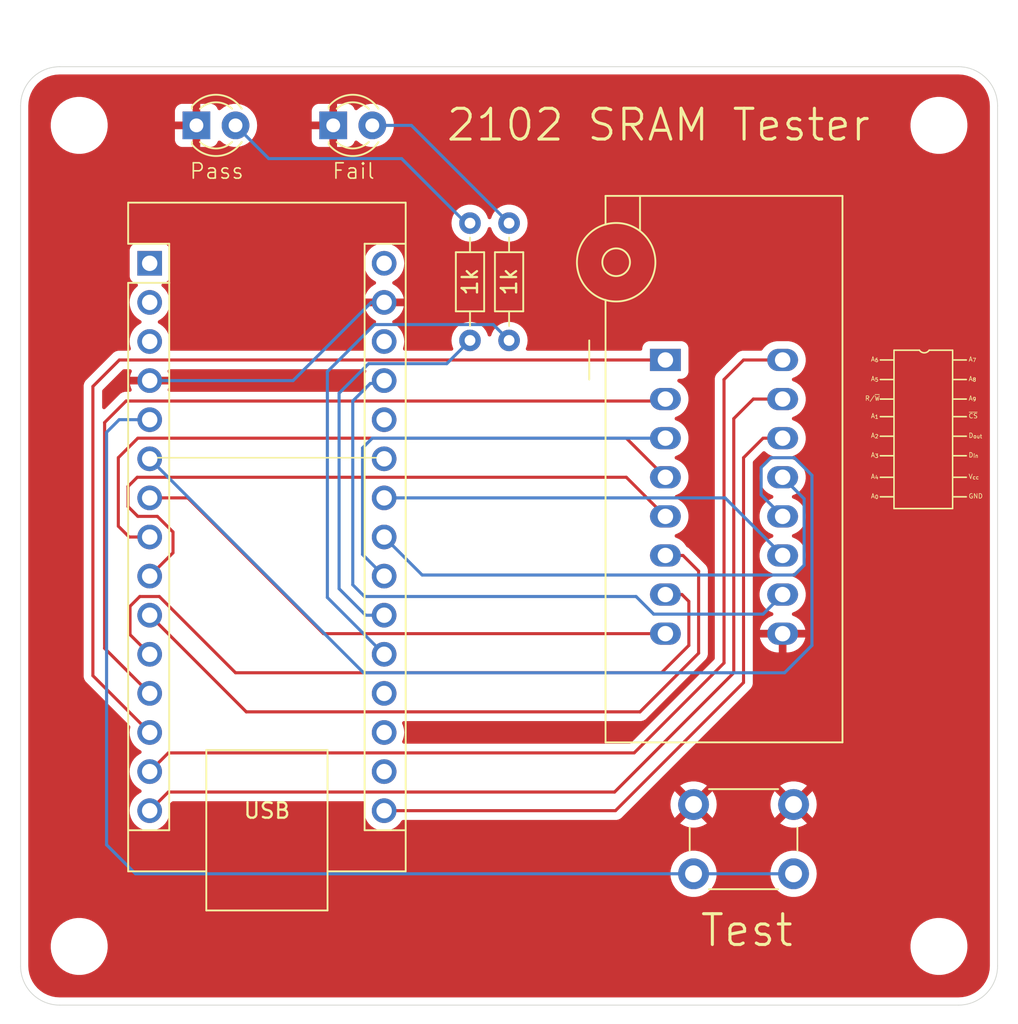
<source format=kicad_pcb>
(kicad_pcb (version 20240108) (generator "pcbnew") (generator_version "8.0")
  (layers (0 "F.Cu" signal) (31 "B.Cu" signal) (34 "B.Paste" user) (35 "F.Paste" user) (36 "B.SilkS" user "B.Silkscreen") (37 "F.SilkS" user "F.Silkscreen") (38 "B.Mask" user) (39 "F.Mask" user) (44 "Edge.Cuts" user))
  (net 0 "")
  (net 3 "D_{out}")
  (net 5 "A7")
  (net 6 "A8")
  (net 7 "A1")
  (net 8 "GND")
  (net 9 "A2")
  (net 10 "A3")
  (net 11 "LED_RED")
  (net 12 "+5V")
  (net 13 "R{slash}~{W}")
  (net 14 "~{CS}")
  (net 15 "A6")
  (net 18 "D_{in}")
  (net 19 "Net-(A1-D2)")
  (net 20 "A5")
  (net 22 "A4")
  (net 25 "A9")
  (net 26 "LED_GREEN")
  (net 27 "A0")
  (net 30 "Net-(D1-A)")
  (net 31 "Net-(D2-A)")
  (footprint "Socket:DIP_Socket-16_W4.3_W5.08_W7.62_W10.16_W10.9_3M_216-3340-00-0602J" (layer "F.Cu") (at 153.67 87.376)
    (property "Reference" "U1" (hide yes))
    (property "Value" "~")
    (fp_line (start -4.95 1.27) (end -4.95 -1.27) (stroke (width 0.12)) (layer "F.SilkS"))
    (fp_line (start -3.89 -10.66) (end -3.89 -8.8) (stroke (width 0.12)) (layer "F.SilkS"))
    (fp_line (start -3.89 -3.9) (end -3.89 24.84) (stroke (width 0.12)) (layer "F.SilkS"))
    (fp_line (start -3.89 24.84) (end 11.51 24.84) (stroke (width 0.12)) (layer "F.SilkS"))
    (fp_line (start -1.65 -10.66) (end -1.65 -8.4) (stroke (width 0.12)) (layer "F.SilkS"))
    (fp_line (start 11.51 -10.66) (end -3.89 -10.66) (stroke (width 0.12)) (layer "F.SilkS"))
    (fp_line (start 11.51 24.84) (end 11.51 -10.66) (stroke (width 0.12)) (layer "F.SilkS"))
    (fp_circle (center -3.2 -6.35) (end -2.3 -6.35) (stroke (width 0.12)) (fill none) (layer "F.SilkS"))
    (fp_circle (center -3.2 -6.35) (end -0.65 -6.35) (stroke (width 0.12)) (fill none) (layer "F.SilkS"))
    (pad "1" thru_hole rect (at 0 0) (size 2 1.44) (drill 1) (layers "*.Cu" "*.Mask") (net 15 "A6"))
    (pad "2" thru_hole oval (at 0 2.54) (size 2 1.44) (drill 1) (layers "*.Cu" "*.Mask") (net 20 "A5"))
    (pad "3" thru_hole oval (at 0 5.08) (size 2 1.44) (drill 1) (layers "*.Cu" "*.Mask") (net 13 "R{slash}~{W}"))
    (pad "4" thru_hole oval (at 0 7.62) (size 2 1.44) (drill 1) (layers "*.Cu" "*.Mask") (net 7 "A1"))
    (pad "5" thru_hole oval (at 0 10.16) (size 2 1.44) (drill 1) (layers "*.Cu" "*.Mask") (net 9 "A2"))
    (pad "6" thru_hole oval (at 0 12.7) (size 2 1.44) (drill 1) (layers "*.Cu" "*.Mask") (net 10 "A3"))
    (pad "7" thru_hole oval (at 0 15.24) (size 2 1.44) (drill 1) (layers "*.Cu" "*.Mask") (net 22 "A4"))
    (pad "8" thru_hole oval (at 0 17.78) (size 2 1.44) (drill 1) (layers "*.Cu" "*.Mask") (net 27 "A0"))
    (pad "9" thru_hole oval (at 7.62 17.78) (size 2 1.44) (drill 1) (layers "*.Cu" "*.Mask") (net 8 "GND"))
    (pad "10" thru_hole oval (at 7.62 15.24) (size 2 1.44) (drill 1) (layers "*.Cu" "*.Mask") (net 12 "+5V"))
    (pad "11" thru_hole oval (at 7.62 12.7) (size 2 1.44) (drill 1) (layers "*.Cu" "*.Mask") (net 18 "D_{in}"))
    (pad "12" thru_hole oval (at 7.62 10.16) (size 2 1.44) (drill 1) (layers "*.Cu" "*.Mask") (net 3 "D_{out}"))
    (pad "13" thru_hole oval (at 7.62 7.62) (size 2 1.44) (drill 1) (layers "*.Cu" "*.Mask") (net 14 "~{CS}"))
    (pad "14" thru_hole oval (at 7.62 5.08) (size 2 1.44) (drill 1) (layers "*.Cu" "*.Mask") (net 25 "A9"))
    (pad "15" thru_hole oval (at 7.62 2.54) (size 2 1.44) (drill 1) (layers "*.Cu" "*.Mask") (net 6 "A8"))
    (pad "16" thru_hole oval (at 7.62 0) (size 2 1.44) (drill 1) (layers "*.Cu" "*.Mask") (net 5 "A7"))
  )
  (footprint "LED_THT:LED_D3.0mm" (layer "F.Cu") (at 123.19 72.136)
    (property "Reference" "D2" (hide yes))
    (property "Value" "GREEN")
    (fp_line (start -0.29 -1.236) (end -0.29 -1.08) (stroke (width 0.12)) (layer "F.SilkS"))
    (fp_line (start -0.29 1.08) (end -0.29 1.236) (stroke (width 0.12)) (layer "F.SilkS"))
    (fp_arc (start -0.29 -1.235516) (mid 1.366487 -1.987659) (end 2.942335 -1.078608) (stroke (width 0.12)) (layer "F.SilkS"))
    (fp_arc (start 0.229039 -1.08) (mid 1.270117 -1.5) (end 2.31113 -1.079837) (stroke (width 0.12)) (layer "F.SilkS"))
    (fp_arc (start 2.31113 1.079837) (mid 1.270117 1.5) (end 0.229039 1.08) (stroke (width 0.12)) (layer "F.SilkS"))
    (fp_arc (start 2.942335 1.078608) (mid 1.366487 1.987659) (end -0.29 1.235516) (stroke (width 0.12)) (layer "F.SilkS"))
    (pad "1" thru_hole rect (at 0 0) (size 1.8 1.8) (drill 0.9) (layers "*.Cu" "*.Mask") (net 8 "GND"))
    (pad "2" thru_hole circle (at 2.54 0) (size 1.8 1.8) (drill 0.9) (layers "*.Cu" "*.Mask") (net 31 "Net-(D2-A)"))
  )
  (footprint "MountingHole:MountingHole_3.2mm_M3" (layer "F.Cu") (at 115.57 72.136)
    (property "Reference" "H1" (hide yes))
    (property "Value" "MountingHole")
    (pad "" np_thru_hole circle (at 0 0) (size 3.2 3.2) (drill 3.2) (layers "*.Cu" "*.Mask"))
  )
  (footprint "LED_THT:LED_D3.0mm" (layer "F.Cu") (at 132.08 72.136)
    (property "Reference" "D1" (hide yes))
    (property "Value" "RED")
    (fp_line (start -0.29 -1.236) (end -0.29 -1.08) (stroke (width 0.12)) (layer "F.SilkS"))
    (fp_line (start -0.29 1.08) (end -0.29 1.236) (stroke (width 0.12)) (layer "F.SilkS"))
    (fp_arc (start -0.29 -1.235516) (mid 1.366487 -1.987659) (end 2.942335 -1.078608) (stroke (width 0.12)) (layer "F.SilkS"))
    (fp_arc (start 0.229039 -1.08) (mid 1.270117 -1.5) (end 2.31113 -1.079837) (stroke (width 0.12)) (layer "F.SilkS"))
    (fp_arc (start 2.31113 1.079837) (mid 1.270117 1.5) (end 0.229039 1.08) (stroke (width 0.12)) (layer "F.SilkS"))
    (fp_arc (start 2.942335 1.078608) (mid 1.366487 1.987659) (end -0.29 1.235516) (stroke (width 0.12)) (layer "F.SilkS"))
    (pad "1" thru_hole rect (at 0 0) (size 1.8 1.8) (drill 0.9) (layers "*.Cu" "*.Mask") (net 8 "GND"))
    (pad "2" thru_hole circle (at 2.54 0) (size 1.8 1.8) (drill 0.9) (layers "*.Cu" "*.Mask") (net 30 "Net-(D1-A)"))
  )
  (footprint "Module:Arduino_Nano" (layer "F.Cu") (at 120.15 81.096)
    (property "Reference" "A1" (hide yes))
    (property "Value" "Arduino_Nano_v2.x")
    (fp_line (start -1.4 -3.94) (end -1.4 -1.27) (stroke (width 0.12)) (layer "F.SilkS"))
    (fp_line (start -1.4 1.27) (end -1.4 39.5) (stroke (width 0.12)) (layer "F.SilkS"))
    (fp_line (start -1.4 39.5) (end 3.68 39.5) (stroke (width 0.12)) (layer "F.SilkS"))
    (fp_line (start 1.27 -1.27) (end -1.4 -1.27) (stroke (width 0.12)) (layer "F.SilkS"))
    (fp_line (start 1.27 1.27) (end -1.4 1.27) (stroke (width 0.12)) (layer "F.SilkS"))
    (fp_line (start 1.27 1.27) (end 1.27 -1.27) (stroke (width 0.12)) (layer "F.SilkS"))
    (fp_line (start 1.27 1.27) (end 1.27 36.83) (stroke (width 0.12)) (layer "F.SilkS"))
    (fp_line (start 1.27 36.83) (end -1.4 36.83) (stroke (width 0.12)) (layer "F.SilkS"))
    (fp_line (start 3.68 31.62) (end 11.56 31.62) (stroke (width 0.12)) (layer "F.SilkS"))
    (fp_line (start 3.68 42.04) (end 3.68 31.62) (stroke (width 0.12)) (layer "F.SilkS"))
    (fp_line (start 11.56 31.62) (end 11.56 42.04) (stroke (width 0.12)) (layer "F.SilkS"))
    (fp_line (start 11.56 42.04) (end 3.68 42.04) (stroke (width 0.12)) (layer "F.SilkS"))
    (fp_line (start 13.97 -1.27) (end 13.97 36.83) (stroke (width 0.12)) (layer "F.SilkS"))
    (fp_line (start 13.97 -1.27) (end 16.64 -1.27) (stroke (width 0.12)) (layer "F.SilkS"))
    (fp_line (start 13.97 36.83) (end 16.64 36.83) (stroke (width 0.12)) (layer "F.SilkS"))
    (fp_line (start 16.64 -3.94) (end -1.4 -3.94) (stroke (width 0.12)) (layer "F.SilkS"))
    (fp_line (start 16.64 39.5) (end 11.56 39.5) (stroke (width 0.12)) (layer "F.SilkS"))
    (fp_line (start 16.64 39.5) (end 16.64 -3.94) (stroke (width 0.12)) (layer "F.SilkS"))
    (fp_text user "USB" (at 7.62 35.56 0) (layer "F.SilkS"))
    (pad "1" thru_hole rect (at 0 0) (size 1.6 1.6) (drill 1) (layers "*.Cu" "*.Mask"))
    (pad "2" thru_hole oval (at 0 2.54) (size 1.6 1.6) (drill 1) (layers "*.Cu" "*.Mask"))
    (pad "3" thru_hole oval (at 0 5.08) (size 1.6 1.6) (drill 1) (layers "*.Cu" "*.Mask"))
    (pad "4" thru_hole oval (at 0 7.62) (size 1.6 1.6) (drill 1) (layers "*.Cu" "*.Mask") (net 8 "GND"))
    (pad "5" thru_hole oval (at 0 10.16) (size 1.6 1.6) (drill 1) (layers "*.Cu" "*.Mask") (net 19 "Net-(A1-D2)"))
    (pad "6" thru_hole oval (at 0 12.7) (size 1.6 1.6) (drill 1) (layers "*.Cu" "*.Mask") (net 3 "D_{out}"))
    (pad "7" thru_hole oval (at 0 15.24) (size 1.6 1.6) (drill 1) (layers "*.Cu" "*.Mask") (net 27 "A0"))
    (pad "8" thru_hole oval (at 0 17.78) (size 1.6 1.6) (drill 1) (layers "*.Cu" "*.Mask") (net 7 "A1"))
    (pad "9" thru_hole oval (at 0 20.32) (size 1.6 1.6) (drill 1) (layers "*.Cu" "*.Mask") (net 9 "A2"))
    (pad "10" thru_hole oval (at 0 22.86) (size 1.6 1.6) (drill 1) (layers "*.Cu" "*.Mask") (net 10 "A3"))
    (pad "11" thru_hole oval (at 0 25.4) (size 1.6 1.6) (drill 1) (layers "*.Cu" "*.Mask") (net 22 "A4"))
    (pad "12" thru_hole oval (at 0 27.94) (size 1.6 1.6) (drill 1) (layers "*.Cu" "*.Mask") (net 20 "A5"))
    (pad "13" thru_hole oval (at 0 30.48) (size 1.6 1.6) (drill 1) (layers "*.Cu" "*.Mask") (net 15 "A6"))
    (pad "14" thru_hole oval (at 0 33.02) (size 1.6 1.6) (drill 1) (layers "*.Cu" "*.Mask") (net 5 "A7"))
    (pad "15" thru_hole oval (at 0 35.56) (size 1.6 1.6) (drill 1) (layers "*.Cu" "*.Mask") (net 6 "A8"))
    (pad "16" thru_hole oval (at 15.24 35.56) (size 1.6 1.6) (drill 1) (layers "*.Cu" "*.Mask") (net 25 "A9"))
    (pad "17" thru_hole oval (at 15.24 33.02) (size 1.6 1.6) (drill 1) (layers "*.Cu" "*.Mask"))
    (pad "18" thru_hole oval (at 15.24 30.48) (size 1.6 1.6) (drill 1) (layers "*.Cu" "*.Mask"))
    (pad "19" thru_hole oval (at 15.24 27.94) (size 1.6 1.6) (drill 1) (layers "*.Cu" "*.Mask"))
    (pad "20" thru_hole oval (at 15.24 25.4) (size 1.6 1.6) (drill 1) (layers "*.Cu" "*.Mask") (net 11 "LED_RED"))
    (pad "21" thru_hole oval (at 15.24 22.86) (size 1.6 1.6) (drill 1) (layers "*.Cu" "*.Mask") (net 26 "LED_GREEN"))
    (pad "22" thru_hole oval (at 15.24 20.32) (size 1.6 1.6) (drill 1) (layers "*.Cu" "*.Mask") (net 13 "R{slash}~{W}"))
    (pad "23" thru_hole oval (at 15.24 17.78) (size 1.6 1.6) (drill 1) (layers "*.Cu" "*.Mask") (net 14 "~{CS}"))
    (pad "24" thru_hole oval (at 15.24 15.24) (size 1.6 1.6) (drill 1) (layers "*.Cu" "*.Mask") (net 18 "D_{in}"))
    (pad "25" thru_hole oval (at 15.24 12.7) (size 1.6 1.6) (drill 1) (layers "*.Cu" "*.Mask"))
    (pad "26" thru_hole oval (at 15.24 10.16) (size 1.6 1.6) (drill 1) (layers "*.Cu" "*.Mask"))
    (pad "27" thru_hole oval (at 15.24 7.62) (size 1.6 1.6) (drill 1) (layers "*.Cu" "*.Mask") (net 12 "+5V"))
    (pad "28" thru_hole oval (at 15.24 5.08) (size 1.6 1.6) (drill 1) (layers "*.Cu" "*.Mask"))
    (pad "29" thru_hole oval (at 15.24 2.54) (size 1.6 1.6) (drill 1) (layers "*.Cu" "*.Mask") (net 8 "GND"))
    (pad "30" thru_hole oval (at 15.24 0) (size 1.6 1.6) (drill 1) (layers "*.Cu" "*.Mask"))
  )
  (footprint "Resistor_THT:R_Axial_DIN0204_L3.6mm_D1.6mm_P7.62mm_Horizontal" (layer "F.Cu") (at 143.51 86.106 90)
    (property "Reference" "R1" (hide yes))
    (property "Value" "1k" (at 3.81 0 90) (layer "F.SilkS"))
    (fp_line (start 5.73 -0.92) (end 1.89 -0.92) (stroke (width 0.12)) (layer "F.SilkS"))
    (fp_line (start 1.89 -0.92) (end 1.89 0.92) (stroke (width 0.12)) (layer "F.SilkS"))
    (fp_line (start 6.68 0) (end 5.73 0) (stroke (width 0.12)) (layer "F.SilkS"))
    (fp_line (start 0.94 0) (end 1.89 0) (stroke (width 0.12)) (layer "F.SilkS"))
    (fp_line (start 5.73 0.92) (end 5.73 -0.92) (stroke (width 0.12)) (layer "F.SilkS"))
    (fp_line (start 1.89 0.92) (end 5.73 0.92) (stroke (width 0.12)) (layer "F.SilkS"))
    (pad "1" thru_hole circle (at 0 0 90) (size 1.4 1.4) (drill 0.7) (layers "*.Cu" "*.Mask") (net 11 "LED_RED"))
    (pad "2" thru_hole oval (at 7.62 0 90) (size 1.4 1.4) (drill 0.7) (layers "*.Cu" "*.Mask") (net 30 "Net-(D1-A)"))
  )
  (footprint "MountingHole:MountingHole_3.2mm_M3" (layer "F.Cu") (at 171.45 72.136)
    (property "Reference" "H2" (hide yes))
    (property "Value" "MountingHole")
    (pad "" np_thru_hole circle (at 0 0) (size 3.2 3.2) (drill 3.2) (layers "*.Cu" "*.Mask"))
  )
  (footprint "MountingHole:MountingHole_3.2mm_M3" (layer "F.Cu") (at 171.45 125.476)
    (property "Reference" "H4" (hide yes))
    (property "Value" "MountingHole")
    (pad "" np_thru_hole circle (at 0 0) (size 3.2 3.2) (drill 3.2) (layers "*.Cu" "*.Mask"))
  )
  (footprint "Resistor_THT:R_Axial_DIN0204_L3.6mm_D1.6mm_P7.62mm_Horizontal" (layer "F.Cu") (at 140.97 78.486 -90)
    (property "Reference" "R2" (hide yes))
    (property "Value" "1k" (at 3.81 0 90) (layer "F.SilkS"))
    (fp_line (start 1.89 0.92) (end 5.73 0.92) (stroke (width 0.12)) (layer "F.SilkS"))
    (fp_line (start 5.73 0.92) (end 5.73 -0.92) (stroke (width 0.12)) (layer "F.SilkS"))
    (fp_line (start 0.94 0) (end 1.89 0) (stroke (width 0.12)) (layer "F.SilkS"))
    (fp_line (start 6.68 0) (end 5.73 0) (stroke (width 0.12)) (layer "F.SilkS"))
    (fp_line (start 1.89 -0.92) (end 1.89 0.92) (stroke (width 0.12)) (layer "F.SilkS"))
    (fp_line (start 5.73 -0.92) (end 1.89 -0.92) (stroke (width 0.12)) (layer "F.SilkS"))
    (pad "1" thru_hole circle (at 0 0 270) (size 1.4 1.4) (drill 0.7) (layers "*.Cu" "*.Mask") (net 31 "Net-(D2-A)"))
    (pad "2" thru_hole oval (at 7.62 0 270) (size 1.4 1.4) (drill 0.7) (layers "*.Cu" "*.Mask") (net 26 "LED_GREEN"))
  )
  (footprint "MountingHole:MountingHole_3.2mm_M3" (layer "F.Cu") (at 115.57 125.476)
    (property "Reference" "H3" (hide yes))
    (property "Value" "MountingHole")
    (pad "" np_thru_hole circle (at 0 0) (size 3.2 3.2) (drill 3.2) (layers "*.Cu" "*.Mask"))
  )
  (footprint "Button_Switch_THT:SW_PUSH_6mm" (layer "F.Cu") (at 155.5 116.256)
    (property "Reference" "SW1" (hide yes))
    (property "Value" "SW_Push")
    (fp_line (start -0.25 1.5) (end -0.25 3) (stroke (width 0.12)) (layer "F.SilkS"))
    (fp_line (start 1 5.5) (end 5.5 5.5) (stroke (width 0.12)) (layer "F.SilkS"))
    (fp_line (start 5.5 -1) (end 1 -1) (stroke (width 0.12)) (layer "F.SilkS"))
    (fp_line (start 6.75 3) (end 6.75 1.5) (stroke (width 0.12)) (layer "F.SilkS"))
    (pad "1" thru_hole circle (at 0 0 90) (size 2 2) (drill 1.1) (layers "*.Cu" "*.Mask") (net 8 "GND"))
    (pad "1" thru_hole circle (at 6.5 0 90) (size 2 2) (drill 1.1) (layers "*.Cu" "*.Mask") (net 8 "GND"))
    (pad "2" thru_hole circle (at 0 4.5 90) (size 2 2) (drill 1.1) (layers "*.Cu" "*.Mask") (net 19 "Net-(A1-D2)"))
    (pad "2" thru_hole circle (at 6.5 4.5 90) (size 2 2) (drill 1.1) (layers "*.Cu" "*.Mask") (net 19 "Net-(A1-D2)"))
  )
  (gr_line (start 167.64 87.376) (end 168.529 87.376) (stroke (width 0.1)) (layer "F.SilkS"))
  (gr_line (start 172.339 96.266) (end 173.228 96.266) (stroke (width 0.1)) (layer "F.SilkS"))
  (gr_line (start 167.64 96.266) (end 168.529 96.266) (stroke (width 0.1)) (layer "F.SilkS"))
  (gr_line (start 172.339 91.059) (end 173.228 91.059) (stroke (width 0.1)) (layer "F.SilkS"))
  (gr_line (start 172.339 92.329) (end 173.228 92.329) (stroke (width 0.1)) (layer "F.SilkS"))
  (gr_line (start 135.382 93.726) (end 120.142 93.726) (stroke (width 0.1)) (layer "F.SilkS"))
  (gr_line (start 172.339 87.376) (end 173.228 87.376) (stroke (width 0.1)) (layer "F.SilkS"))
  (gr_line (start 172.339 89.916) (end 173.228 89.916) (stroke (width 0.1)) (layer "F.SilkS"))
  (gr_line (start 172.339 97.028) (end 168.529 97.028) (stroke (width 0.1)) (layer "F.SilkS"))
  (gr_line (start 167.64 93.599) (end 168.529 93.599) (stroke (width 0.1)) (layer "F.SilkS"))
  (gr_line (start 170.815 86.741) (end 172.339 86.741) (stroke (width 0.1)) (layer "F.SilkS"))
  (gr_line (start 167.64 88.646) (end 168.529 88.646) (stroke (width 0.1)) (layer "F.SilkS"))
  (gr_line (start 172.339 94.996) (end 173.228 94.996) (stroke (width 0.1)) (layer "F.SilkS"))
  (gr_line (start 168.529 86.741) (end 170.18 86.741) (stroke (width 0.1)) (layer "F.SilkS"))
  (gr_line (start 167.64 91.059) (end 168.529 91.059) (stroke (width 0.1)) (layer "F.SilkS"))
  (gr_line (start 172.339 86.741) (end 172.339 97.028) (stroke (width 0.1)) (layer "F.SilkS"))
  (gr_line (start 167.64 89.916) (end 168.529 89.916) (stroke (width 0.1)) (layer "F.SilkS"))
  (gr_line (start 167.64 94.996) (end 168.529 94.996) (stroke (width 0.1)) (layer "F.SilkS"))
  (gr_line (start 167.64 92.329) (end 168.529 92.329) (stroke (width 0.1)) (layer "F.SilkS"))
  (gr_line (start 172.339 93.599) (end 173.228 93.599) (stroke (width 0.1)) (layer "F.SilkS"))
  (gr_arc (start 170.815 86.741) (mid 170.4975 86.910921) (end 170.18 86.741) (stroke (width 0.1)) (layer "F.SilkS"))
  (gr_line (start 168.529 97.028) (end 168.529 86.741) (stroke (width 0.1)) (layer "F.SilkS"))
  (gr_line (start 172.339 88.646) (end 173.228 88.646) (stroke (width 0.1)) (layer "F.SilkS"))
  (gr_line (start 172.72 68.326) (end 114.3 68.326) (stroke (width 0.05)) (layer "Edge.Cuts"))
  (gr_line (start 175.26 126.746) (end 175.26 70.866) (stroke (width 0.05)) (layer "Edge.Cuts"))
  (gr_arc (start 111.76 70.866) (mid 112.503949 69.069949) (end 114.3 68.326) (stroke (width 0.05)) (layer "Edge.Cuts"))
  (gr_line (start 114.3 129.286) (end 172.72 129.286) (stroke (width 0.05)) (layer "Edge.Cuts"))
  (gr_arc (start 172.72 68.326) (mid 174.516051 69.069949) (end 175.26 70.866) (stroke (width 0.05)) (layer "Edge.Cuts"))
  (gr_arc (start 114.3 129.286) (mid 112.503949 128.542051) (end 111.76 126.746) (stroke (width 0.05)) (layer "Edge.Cuts"))
  (gr_arc (start 175.26 126.746) (mid 174.516051 128.542051) (end 172.72 129.286) (stroke (width 0.05)) (layer "Edge.Cuts"))
  (gr_line (start 111.76 70.866) (end 111.76 126.746) (stroke (width 0.05)) (layer "Edge.Cuts"))
  (gr_text "A_{6}" (at 167.005 87.503 0) (layer "F.SilkS") (effects (font (size 0.3 0.3) (thickness 0.04)) (justify left bottom)))
  (gr_text "A_{0}" (at 167.005 96.393 0) (layer "F.SilkS") (effects (font (size 0.3 0.3) (thickness 0.04)) (justify left bottom)))
  (gr_text "Test" (at 155.829 125.603 0) (layer "F.SilkS") (effects (font (size 2 2) (thickness 0.2)) (justify left bottom)))
  (gr_text "2102 SRAM Tester" (at 139.319 73.279 0) (layer "F.SilkS") (effects (font (size 2 2) (thickness 0.2)) (justify left bottom)))
  (gr_text "R/~{W}" (at 166.624 90.043 0) (layer "F.SilkS") (effects (font (size 0.3 0.3) (thickness 0.04)) (justify left bottom)))
  (gr_text "A_{2}" (at 167.005 92.456 0) (layer "F.SilkS") (effects (font (size 0.3 0.3) (thickness 0.04)) (justify left bottom)))
  (gr_text "V_{cc}" (at 173.355 95.123 0) (layer "F.SilkS") (effects (font (size 0.3 0.3) (thickness 0.04)) (justify left bottom)))
  (gr_text "D_{out}" (at 173.355 92.456 0) (layer "F.SilkS") (effects (font (size 0.3 0.3) (thickness 0.04)) (justify left bottom)))
  (gr_text "A_{5}" (at 167.005 88.773 0) (layer "F.SilkS") (effects (font (size 0.3 0.3) (thickness 0.04)) (justify left bottom)))
  (gr_text "Pass" (at 122.682 75.692 0) (layer "F.SilkS") (effects (font (size 1 1) (thickness 0.1)) (justify left bottom)))
  (gr_text "D_{in}" (at 173.355 93.726 0) (layer "F.SilkS") (effects (font (size 0.3 0.3) (thickness 0.04)) (justify left bottom)))
  (gr_text "GND" (at 173.355 96.393 0) (layer "F.SilkS") (effects (font (size 0.3 0.3) (thickness 0.04)) (justify left bottom)))
  (gr_text "A_{1}" (at 167.005 91.186 0) (layer "F.SilkS") (effects (font (size 0.3 0.3) (thickness 0.04)) (justify left bottom)))
  (gr_text "A_{3}" (at 167.005 93.726 0) (layer "F.SilkS") (effects (font (size 0.3 0.3) (thickness 0.04)) (justify left bottom)))
  (gr_text "A_{4}" (at 167.005 95.123 0) (layer "F.SilkS") (effects (font (size 0.3 0.3) (thickness 0.04)) (justify left bottom)))
  (gr_text "A_{8}" (at 173.355 88.773 0) (layer "F.SilkS") (effects (font (size 0.3 0.3) (thickness 0.04)) (justify left bottom)))
  (gr_text "A_{7}" (at 173.355 87.503 0) (layer "F.SilkS") (effects (font (size 0.3 0.3) (thickness 0.04)) (justify left bottom)))
  (gr_text "~{CS}" (at 173.355 91.186 0) (layer "F.SilkS") (effects (font (size 0.3 0.3) (thickness 0.04)) (justify left bottom)))
  (gr_text "Fail" (at 131.953 75.692 0) (layer "F.SilkS") (effects (font (size 1 1) (thickness 0.1)) (justify left bottom)))
  (gr_text "A_{9}" (at 173.355 90.043 0) (layer "F.SilkS") (effects (font (size 0.3 0.3) (thickness 0.04)) (justify left bottom)))
  (segment (start 159.893 94.361) (end 160.528 93.726) (width 0.2) (layer "B.Cu") (net 3))
  (segment (start 159.893 96.139) (end 159.893 94.361) (width 0.2) (layer "B.Cu") (net 3))
  (segment (start 161.29 97.536) (end 159.893 96.139) (width 0.2) (layer "B.Cu") (net 3))
  (segment (start 134.05 107.696) (end 120.15 93.796) (width 0.2) (layer "B.Cu") (net 3))
  (segment (start 160.528 93.726) (end 162.052 93.726) (width 0.2) (layer "B.Cu") (net 3))
  (segment (start 163.195 94.869) (end 163.195 105.918) (width 0.2) (layer "B.Cu") (net 3))
  (segment (start 161.417 107.696) (end 134.05 107.696) (width 0.2) (layer "B.Cu") (net 3))
  (segment (start 162.052 93.726) (end 163.195 94.869) (width 0.2) (layer "B.Cu") (net 3))
  (segment (start 163.195 105.918) (end 161.417 107.696) (width 0.2) (layer "B.Cu") (net 3))
  (segment (start 120.15 114.116) (end 121.363 112.903) (width 0.2) (layer "F.Cu") (net 5))
  (segment (start 158.75 87.376) (end 161.29 87.376) (width 0.2) (layer "F.Cu") (net 5))
  (segment (start 157.48 107.061) (end 157.48 88.646) (width 0.2) (layer "F.Cu") (net 5))
  (segment (start 157.48 88.646) (end 158.75 87.376) (width 0.2) (layer "F.Cu") (net 5))
  (segment (start 151.638 112.903) (end 157.48 107.061) (width 0.2) (layer "F.Cu") (net 5))
  (segment (start 121.363 112.903) (end 151.638 112.903) (width 0.2) (layer "F.Cu") (net 5))
  (segment (start 121.363 115.443) (end 150.368 115.443) (width 0.2) (layer "F.Cu") (net 6))
  (segment (start 159.385 89.916) (end 161.29 89.916) (width 0.2) (layer "F.Cu") (net 6))
  (segment (start 158.115 107.696) (end 158.115 91.186) (width 0.2) (layer "F.Cu") (net 6))
  (segment (start 158.115 91.186) (end 159.385 89.916) (width 0.2) (layer "F.Cu") (net 6))
  (segment (start 150.368 115.443) (end 158.115 107.696) (width 0.2) (layer "F.Cu") (net 6))
  (segment (start 120.15 116.656) (end 121.363 115.443) (width 0.2) (layer "F.Cu") (net 6))
  (segment (start 151.13 92.456) (end 153.67 94.996) (width 0.2) (layer "F.Cu") (net 7))
  (segment (start 120.15 98.876) (end 118.815 98.876) (width 0.2) (layer "F.Cu") (net 7))
  (segment (start 118.11 93.726) (end 119.38 92.456) (width 0.2) (layer "F.Cu") (net 7))
  (segment (start 118.815 98.876) (end 118.11 98.171) (width 0.2) (layer "F.Cu") (net 7))
  (segment (start 119.38 92.456) (end 151.13 92.456) (width 0.2) (layer "F.Cu") (net 7))
  (segment (start 118.11 98.171) (end 118.11 93.726) (width 0.2) (layer "F.Cu") (net 7))
  (segment (start 120.15 88.716) (end 129.47 88.716) (width 0.2) (layer "B.Cu") (net 8))
  (segment (start 134.55 83.636) (end 135.39 83.636) (width 0.2) (layer "B.Cu") (net 8))
  (segment (start 129.47 88.716) (end 134.55 83.636) (width 0.2) (layer "B.Cu") (net 8))
  (segment (start 119.339682 94.996) (end 151.13 94.996) (width 0.2) (layer "F.Cu") (net 9))
  (segment (start 118.745 95.590682) (end 119.339682 94.996) (width 0.2) (layer "F.Cu") (net 9))
  (segment (start 119.38 97.536) (end 118.745 96.901) (width 0.2) (layer "F.Cu") (net 9))
  (segment (start 151.13 94.996) (end 153.67 97.536) (width 0.2) (layer "F.Cu") (net 9))
  (segment (start 120.15 101.416) (end 121.666 99.9) (width 0.2) (layer "F.Cu") (net 9))
  (segment (start 120.65 97.536) (end 119.38 97.536) (width 0.2) (layer "F.Cu") (net 9))
  (segment (start 118.745 96.901) (end 118.745 95.590682) (width 0.2) (layer "F.Cu") (net 9))
  (segment (start 121.666 98.552) (end 120.65 97.536) (width 0.2) (layer "F.Cu") (net 9))
  (segment (start 121.666 99.9) (end 121.666 98.552) (width 0.2) (layer "F.Cu") (net 9))
  (segment (start 155.829 106.426) (end 155.829 101.092) (width 0.2) (layer "F.Cu") (net 10))
  (segment (start 155.829 101.092) (end 154.813 100.076) (width 0.2) (layer "F.Cu") (net 10))
  (segment (start 152.019 110.236) (end 155.829 106.426) (width 0.2) (layer "F.Cu") (net 10))
  (segment (start 120.15 103.956) (end 126.43 110.236) (width 0.2) (layer "F.Cu") (net 10))
  (segment (start 126.43 110.236) (end 152.019 110.236) (width 0.2) (layer "F.Cu") (net 10))
  (segment (start 154.813 100.076) (end 153.67 100.076) (width 0.2) (layer "F.Cu") (net 10))
  (segment (start 135.39 106.496) (end 131.699 102.805) (width 0.2) (layer "B.Cu") (net 11))
  (segment (start 131.699 102.805) (end 131.699 88.138) (width 0.2) (layer "B.Cu") (net 11))
  (segment (start 131.699 88.138) (end 134.761 85.076) (width 0.2) (layer "B.Cu") (net 11))
  (segment (start 142.48 85.076) (end 143.51 86.106) (width 0.2) (layer "B.Cu") (net 11))
  (segment (start 134.761 85.076) (end 142.48 85.076) (width 0.2) (layer "B.Cu") (net 11))
  (segment (start 133.35 90.043) (end 134.493 88.9) (width 0.2) (layer "B.Cu") (net 12))
  (segment (start 161.29 102.616) (end 160.02 103.886) (width 0.2) (layer "B.Cu") (net 12))
  (segment (start 133.35 101.981) (end 133.35 90.043) (width 0.2) (layer "B.Cu") (net 12))
  (segment (start 160.02 103.886) (end 152.908 103.886) (width 0.2) (layer "B.Cu") (net 12))
  (segment (start 134.493 88.9) (end 135.206 88.9) (width 0.2) (layer "B.Cu") (net 12))
  (segment (start 151.765 102.743) (end 134.112 102.743) (width 0.2) (layer "B.Cu") (net 12))
  (segment (start 135.206 88.9) (end 135.39 88.716) (width 0.2) (layer "B.Cu") (net 12))
  (segment (start 152.908 103.886) (end 151.765 102.743) (width 0.2) (layer "B.Cu") (net 12))
  (segment (start 134.112 102.743) (end 133.35 101.981) (width 0.2) (layer "B.Cu") (net 12))
  (segment (start 133.985 93.091) (end 133.985 100.011) (width 0.2) (layer "B.Cu") (net 13))
  (segment (start 134.62 92.456) (end 133.985 93.091) (width 0.2) (layer "B.Cu") (net 13))
  (segment (start 133.985 100.011) (end 135.39 101.416) (width 0.2) (layer "B.Cu") (net 13))
  (segment (start 153.67 92.456) (end 134.62 92.456) (width 0.2) (layer "B.Cu") (net 13))
  (segment (start 162.687 100.711) (end 162.052 101.346) (width 0.2) (layer "B.Cu") (net 14))
  (segment (start 161.29 94.996) (end 162.687 96.393) (width 0.2) (layer "B.Cu") (net 14))
  (segment (start 137.86 101.346) (end 135.39 98.876) (width 0.2) (layer "B.Cu") (net 14))
  (segment (start 162.052 101.346) (end 137.86 101.346) (width 0.2) (layer "B.Cu") (net 14))
  (segment (start 162.687 96.393) (end 162.687 100.711) (width 0.2) (layer "B.Cu") (net 14))
  (segment (start 116.459 89.096315) (end 118.179315 87.376) (width 0.2) (layer "F.Cu") (net 15))
  (segment (start 118.179315 87.376) (end 153.67 87.376) (width 0.2) (layer "F.Cu") (net 15))
  (segment (start 116.459 107.885) (end 116.459 89.096315) (width 0.2) (layer "F.Cu") (net 15))
  (segment (start 120.15 111.576) (end 116.459 107.885) (width 0.2) (layer "F.Cu") (net 15))
  (segment (start 157.55 96.336) (end 135.39 96.336) (width 0.2) (layer "B.Cu") (net 18))
  (segment (start 161.29 100.076) (end 157.55 96.336) (width 0.2) (layer "B.Cu") (net 18))
  (segment (start 119.232 120.756) (end 117.348 118.872) (width 0.2) (layer "B.Cu") (net 19))
  (segment (start 117.348 92.075) (end 118.167 91.256) (width 0.2) (layer "B.Cu") (net 19))
  (segment (start 118.167 91.256) (end 120.15 91.256) (width 0.2) (layer "B.Cu") (net 19))
  (segment (start 162 120.756) (end 155.5 120.756) (width 0.2) (layer "B.Cu") (net 19))
  (segment (start 117.348 118.872) (end 117.348 92.075) (width 0.2) (layer "B.Cu") (net 19))
  (segment (start 155.5 120.756) (end 119.232 120.756) (width 0.2) (layer "B.Cu") (net 19))
  (segment (start 120.15 109.036) (end 117.221 106.107) (width 0.2) (layer "F.Cu") (net 20))
  (segment (start 117.221 106.107) (end 117.221 91.44) (width 0.2) (layer "F.Cu") (net 20))
  (segment (start 153.543 90.043) (end 153.67 89.916) (width 0.2) (layer "F.Cu") (net 20))
  (segment (start 117.221 91.44) (end 118.618 90.043) (width 0.2) (layer "F.Cu") (net 20))
  (segment (start 118.618 90.043) (end 153.543 90.043) (width 0.2) (layer "F.Cu") (net 20))
  (segment (start 125.73 107.696) (end 153.416 107.696) (width 0.2) (layer "F.Cu") (net 22))
  (segment (start 154.7495 102.616) (end 153.67 102.616) (width 0.2) (layer "F.Cu") (net 22))
  (segment (start 120.777 102.743) (end 125.73 107.696) (width 0.2) (layer "F.Cu") (net 22))
  (segment (start 153.416 107.696) (end 155.194 105.918) (width 0.2) (layer "F.Cu") (net 22))
  (segment (start 118.872 103.378) (end 119.507 102.743) (width 0.2) (layer "F.Cu") (net 22))
  (segment (start 155.194 105.918) (end 155.194 103.0605) (width 0.2) (layer "F.Cu") (net 22))
  (segment (start 119.507 102.743) (end 120.777 102.743) (width 0.2) (layer "F.Cu") (net 22))
  (segment (start 155.194 103.0605) (end 154.7495 102.616) (width 0.2) (layer "F.Cu") (net 22))
  (segment (start 118.872 105.218) (end 118.872 103.378) (width 0.2) (layer "F.Cu") (net 22))
  (segment (start 120.15 106.496) (end 118.872 105.218) (width 0.2) (layer "F.Cu") (net 22))
  (segment (start 160.02 92.456) (end 161.29 92.456) (width 0.2) (layer "F.Cu") (net 25))
  (segment (start 158.75 108.331) (end 158.75 93.726) (width 0.2) (layer "F.Cu") (net 25))
  (segment (start 158.75 93.726) (end 160.02 92.456) (width 0.2) (layer "F.Cu") (net 25))
  (segment (start 135.39 116.656) (end 150.425 116.656) (width 0.2) (layer "F.Cu") (net 25))
  (segment (start 150.425 116.656) (end 158.75 108.331) (width 0.2) (layer "F.Cu") (net 25))
  (segment (start 135.39 103.956) (end 134.182 103.956) (width 0.2) (layer "B.Cu") (net 26))
  (segment (start 132.461 102.235) (end 132.461 89.535) (width 0.2) (layer "B.Cu") (net 26))
  (segment (start 134.182 103.956) (end 132.461 102.235) (width 0.2) (layer "B.Cu") (net 26))
  (segment (start 134.38 87.616) (end 139.46 87.616) (width 0.2) (layer "B.Cu") (net 26))
  (segment (start 132.461 89.535) (end 134.38 87.616) (width 0.2) (layer "B.Cu") (net 26))
  (segment (start 139.46 87.616) (end 140.97 86.106) (width 0.2) (layer "B.Cu") (net 26))
  (segment (start 131.445 105.156) (end 153.67 105.156) (width 0.2) (layer "F.Cu") (net 27))
  (segment (start 122.625 96.336) (end 131.445 105.156) (width 0.2) (layer "F.Cu") (net 27))
  (segment (start 120.15 96.336) (end 122.625 96.336) (width 0.2) (layer "F.Cu") (net 27))
  (segment (start 143.51 78.486) (end 137.16 72.136) (width 0.2) (layer "B.Cu") (net 30))
  (segment (start 137.16 72.136) (end 134.62 72.136) (width 0.2) (layer "B.Cu") (net 30))
  (segment (start 127.889 74.295) (end 125.73 72.136) (width 0.2) (layer "B.Cu") (net 31))
  (segment (start 140.716 78.486) (end 136.525 74.295) (width 0.2) (layer "B.Cu") (net 31))
  (segment (start 140.97 78.486) (end 140.716 78.486) (width 0.2) (layer "B.Cu") (net 31))
  (segment (start 136.525 74.295) (end 127.889 74.295) (width 0.2) (layer "B.Cu") (net 31))
  (zone (net 8) (net_name "GND") (layer "F.Cu") (connect_pads (clearance 0.5)) (min_thickness 0.25) (fill yes (thermal_gap 0.5) (thermal_bridge_width 0.5))
    (polygon (pts (xy 111.76 68.326) (xy 175.26 68.326) (xy 175.26 129.286) (xy 111.76 129.286)))
  )
)
</source>
